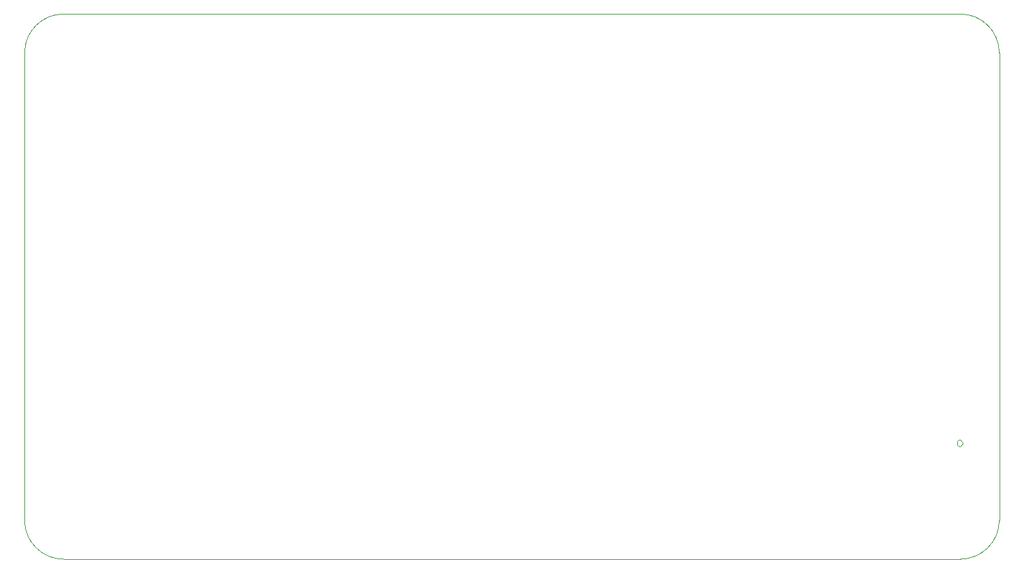
<source format=gbr>
G04 #@! TF.GenerationSoftware,KiCad,Pcbnew,(5.1.9)-1*
G04 #@! TF.CreationDate,2021-02-12T16:54:04+01:00*
G04 #@! TF.ProjectId,LTP305_ESP32_CLOCK,4c545033-3035-45f4-9553-5033325f434c,rev?*
G04 #@! TF.SameCoordinates,Original*
G04 #@! TF.FileFunction,Profile,NP*
%FSLAX46Y46*%
G04 Gerber Fmt 4.6, Leading zero omitted, Abs format (unit mm)*
G04 Created by KiCad (PCBNEW (5.1.9)-1) date 2021-02-12 16:54:04*
%MOMM*%
%LPD*%
G01*
G04 APERTURE LIST*
G04 #@! TA.AperFunction,Profile*
%ADD10C,0.050000*%
G04 #@! TD*
G04 #@! TA.AperFunction,Profile*
%ADD11C,0.100000*%
G04 #@! TD*
G04 APERTURE END LIST*
D10*
X236845000Y-75495000D02*
G75*
G02*
X241845000Y-80495000I0J-5000000D01*
G01*
X116845000Y-80495000D02*
G75*
G02*
X121845000Y-75495000I5000000J0D01*
G01*
X121845000Y-145495000D02*
G75*
G02*
X116845000Y-140495000I0J5000000D01*
G01*
X241845000Y-140495000D02*
G75*
G02*
X236845000Y-145495000I-5000000J0D01*
G01*
X116845000Y-80495000D02*
X116845000Y-140495000D01*
X236845000Y-145495000D02*
X121845000Y-145495000D01*
X236845000Y-75495000D02*
X121845000Y-75495000D01*
X241845000Y-80495000D02*
X241845000Y-140495000D01*
D11*
X236470000Y-130760000D02*
X236470000Y-130510000D01*
X237100000Y-130510000D02*
X237100000Y-130760000D01*
X236785000Y-131075000D02*
G75*
G02*
X236470000Y-130760000I0J315000D01*
G01*
X237100000Y-130760000D02*
G75*
G02*
X236785000Y-131075000I-315000J0D01*
G01*
X236785000Y-130195000D02*
G75*
G02*
X237100000Y-130510000I0J-315000D01*
G01*
X236470000Y-130510000D02*
G75*
G02*
X236785000Y-130195000I315000J0D01*
G01*
M02*

</source>
